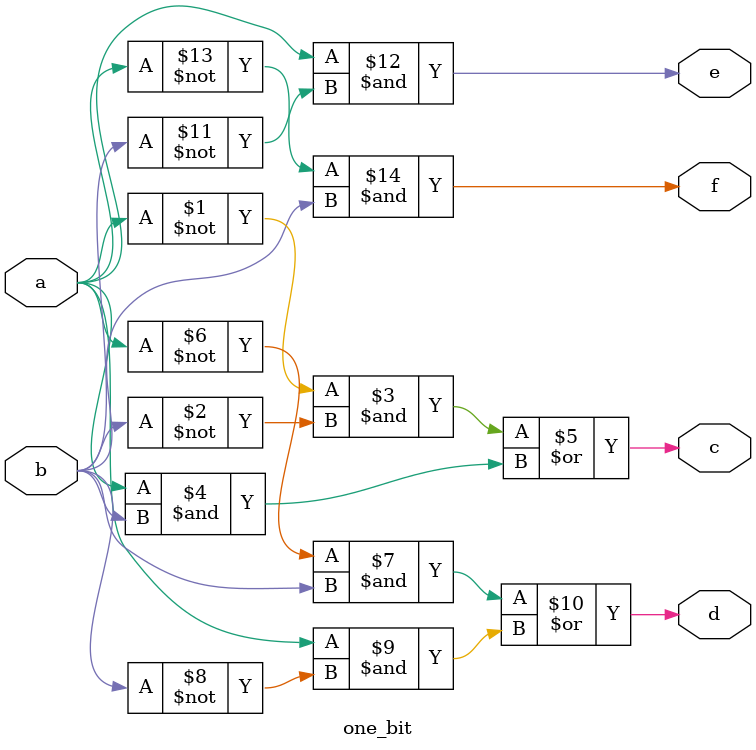
<source format=v>
`timescale 1ns / 1ps


module one_bit(
    input a,
    input b,
    output c,
    output d,
    output e,
    output f
    );

assign c = (~a & ~b) | (a & b);
assign d = (~a & b) | (a & ~b);
assign e = a & ~b;
assign f = ~a & b;
    
endmodule

</source>
